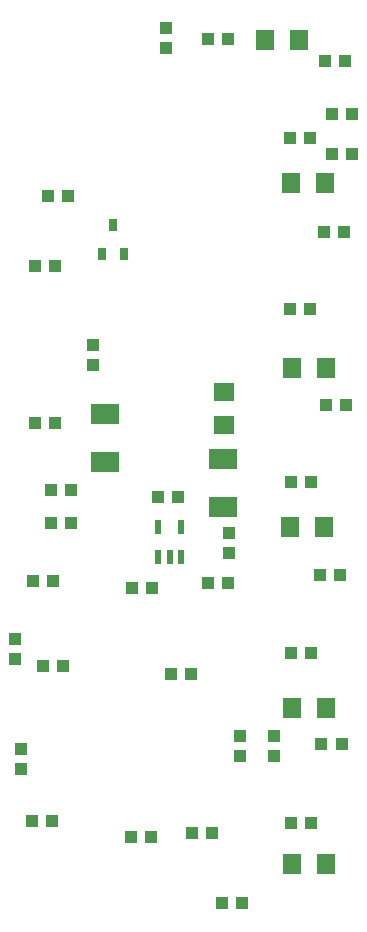
<source format=gbr>
G04 EAGLE Gerber RS-274X export*
G75*
%MOMM*%
%FSLAX34Y34*%
%LPD*%
%INSolderpaste Bottom*%
%IPPOS*%
%AMOC8*
5,1,8,0,0,1.08239X$1,22.5*%
G01*
%ADD10R,1.000000X1.100000*%
%ADD11R,1.100000X1.000000*%
%ADD12R,2.400000X1.800000*%
%ADD13R,0.550000X1.200000*%
%ADD14R,0.700000X1.000000*%
%ADD15R,1.600000X1.803000*%
%ADD16R,1.803000X1.600000*%


D10*
X35210Y203880D03*
X35210Y186880D03*
X95840Y528930D03*
X95840Y545930D03*
X249310Y214960D03*
X249310Y197960D03*
D11*
X128070Y129460D03*
X145070Y129460D03*
X178970Y266820D03*
X161970Y266820D03*
X145970Y339590D03*
X128970Y339590D03*
X210530Y344320D03*
X193530Y344320D03*
X151210Y416980D03*
X168210Y416980D03*
D10*
X210920Y369620D03*
X210920Y386620D03*
X220690Y197680D03*
X220690Y214680D03*
D12*
X105860Y486850D03*
X105860Y446350D03*
D10*
X74730Y672120D03*
X57730Y672120D03*
X77600Y394650D03*
X60600Y394650D03*
X77600Y422520D03*
X60600Y422520D03*
X64080Y612770D03*
X47080Y612770D03*
X63810Y479500D03*
X46810Y479500D03*
X45221Y345944D03*
X62221Y345944D03*
D13*
X170480Y365879D03*
X160980Y365879D03*
X151480Y365879D03*
X151480Y391881D03*
X170480Y391881D03*
D11*
X179760Y132100D03*
X196760Y132100D03*
X61050Y142900D03*
X44050Y142900D03*
D10*
X29720Y279780D03*
X29720Y296780D03*
D11*
X263500Y141000D03*
X280500Y141000D03*
X263500Y285000D03*
X280500Y285000D03*
X263500Y430000D03*
X280500Y430000D03*
X210500Y805000D03*
X193500Y805000D03*
X262500Y721000D03*
X279500Y721000D03*
X262500Y576000D03*
X279500Y576000D03*
D14*
X113000Y647000D03*
X122500Y623000D03*
X103500Y623000D03*
D12*
X206500Y408750D03*
X206500Y449250D03*
D10*
X53500Y274000D03*
X70500Y274000D03*
D11*
X158000Y797500D03*
X158000Y814500D03*
D10*
X292500Y786000D03*
X309500Y786000D03*
X291500Y641000D03*
X308500Y641000D03*
X293500Y495000D03*
X310500Y495000D03*
X288500Y351000D03*
X305500Y351000D03*
X289500Y208000D03*
X306500Y208000D03*
X222500Y73000D03*
X205500Y73000D03*
X298500Y741000D03*
X315500Y741000D03*
X298500Y707000D03*
X315500Y707000D03*
D15*
X270220Y804000D03*
X241780Y804000D03*
X292220Y683000D03*
X263780Y683000D03*
X293220Y526000D03*
X264780Y526000D03*
X291220Y392000D03*
X262780Y392000D03*
X293220Y238000D03*
X264780Y238000D03*
X293220Y106000D03*
X264780Y106000D03*
D16*
X207000Y477780D03*
X207000Y506220D03*
M02*

</source>
